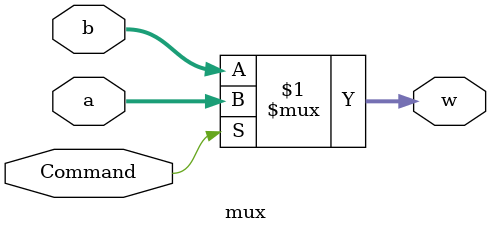
<source format=v>
module mux#(parameter size = 32)(input Command, input [size-1:0] a, b, output [size-1:0] w);
	assign w = Command ? a : b;
endmodule
</source>
